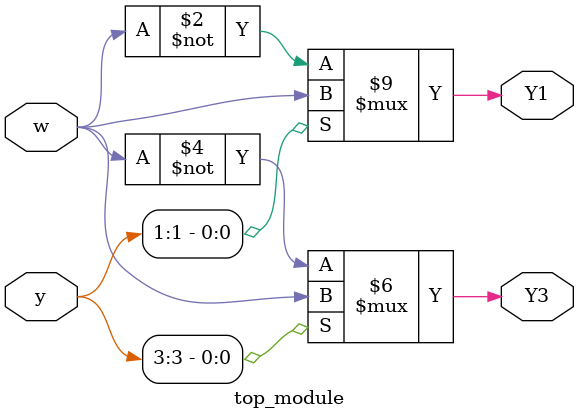
<source format=sv>
module top_module (
	input [5:0] y,
	input w,
	output Y1,
	output Y3
);

reg Y1;
reg Y3;

always@(y) begin
	if(y[1])
		Y1 <= w;
	else
		Y1 <= ~w;
end

always@(y) begin
	if(y[3])
		Y3 <= w;
	else
		Y3 <= ~w;
end

endmodule

</source>
